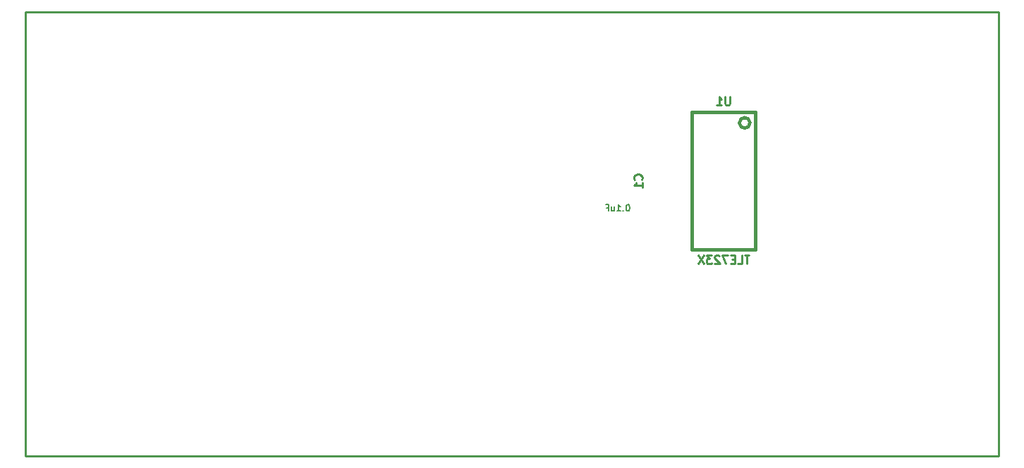
<source format=gbo>
G04 (created by PCBNEW (2013-jul-07)-stable) date Wed 30 Jul 2014 03:33:50 PM EDT*
%MOIN*%
G04 Gerber Fmt 3.4, Leading zero omitted, Abs format*
%FSLAX34Y34*%
G01*
G70*
G90*
G04 APERTURE LIST*
%ADD10C,0.00590551*%
%ADD11C,0.009*%
%ADD12C,0.005*%
%ADD13C,0.015*%
%ADD14C,0.01*%
%ADD15C,0.175*%
%ADD16O,0.08X0.12*%
%ADD17C,0.08*%
%ADD18R,0.12X0.07*%
%ADD19R,0.07X0.035*%
%ADD20C,0.18*%
G04 APERTURE END LIST*
G54D10*
G54D11*
X89500Y-51500D02*
X43500Y-51500D01*
X43500Y-30500D02*
X89500Y-30500D01*
X43500Y-30500D02*
X43500Y-51500D01*
X89500Y-51500D02*
X89500Y-30500D01*
G54D12*
X70950Y-38200D02*
X70950Y-37600D01*
X70950Y-37600D02*
X72050Y-37600D01*
X72050Y-37600D02*
X72050Y-38200D01*
X72050Y-38800D02*
X72050Y-39400D01*
X72050Y-39400D02*
X70950Y-39400D01*
X70950Y-39400D02*
X70950Y-38800D01*
G54D13*
X77750Y-35750D02*
G75*
G03X77750Y-35750I-250J0D01*
G74*
G01*
X75000Y-35250D02*
X78000Y-35250D01*
X78000Y-35250D02*
X78000Y-41750D01*
X78000Y-41750D02*
X75000Y-41750D01*
X75000Y-41750D02*
X75000Y-35250D01*
G54D14*
X72623Y-38433D02*
X72642Y-38414D01*
X72661Y-38357D01*
X72661Y-38319D01*
X72642Y-38261D01*
X72604Y-38223D01*
X72566Y-38204D01*
X72490Y-38185D01*
X72433Y-38185D01*
X72357Y-38204D01*
X72319Y-38223D01*
X72280Y-38261D01*
X72261Y-38319D01*
X72261Y-38357D01*
X72280Y-38414D01*
X72300Y-38433D01*
X72661Y-38814D02*
X72661Y-38585D01*
X72661Y-38700D02*
X72261Y-38700D01*
X72319Y-38661D01*
X72357Y-38623D01*
X72376Y-38585D01*
G54D12*
X71992Y-39621D02*
X71964Y-39621D01*
X71935Y-39635D01*
X71921Y-39650D01*
X71907Y-39678D01*
X71892Y-39735D01*
X71892Y-39807D01*
X71907Y-39864D01*
X71921Y-39892D01*
X71935Y-39907D01*
X71964Y-39921D01*
X71992Y-39921D01*
X72021Y-39907D01*
X72035Y-39892D01*
X72049Y-39864D01*
X72064Y-39807D01*
X72064Y-39735D01*
X72049Y-39678D01*
X72035Y-39650D01*
X72021Y-39635D01*
X71992Y-39621D01*
X71764Y-39892D02*
X71750Y-39907D01*
X71764Y-39921D01*
X71778Y-39907D01*
X71764Y-39892D01*
X71764Y-39921D01*
X71464Y-39921D02*
X71635Y-39921D01*
X71550Y-39921D02*
X71550Y-39621D01*
X71578Y-39664D01*
X71607Y-39692D01*
X71635Y-39707D01*
X71207Y-39721D02*
X71207Y-39921D01*
X71335Y-39721D02*
X71335Y-39878D01*
X71321Y-39907D01*
X71292Y-39921D01*
X71250Y-39921D01*
X71221Y-39907D01*
X71207Y-39892D01*
X70964Y-39764D02*
X71064Y-39764D01*
X71064Y-39921D02*
X71064Y-39621D01*
X70921Y-39621D01*
G54D14*
X76804Y-34511D02*
X76804Y-34835D01*
X76785Y-34873D01*
X76766Y-34892D01*
X76728Y-34911D01*
X76652Y-34911D01*
X76614Y-34892D01*
X76595Y-34873D01*
X76576Y-34835D01*
X76576Y-34511D01*
X76176Y-34911D02*
X76404Y-34911D01*
X76290Y-34911D02*
X76290Y-34511D01*
X76328Y-34569D01*
X76366Y-34607D01*
X76404Y-34626D01*
X77719Y-42011D02*
X77490Y-42011D01*
X77604Y-42411D02*
X77604Y-42011D01*
X77166Y-42411D02*
X77357Y-42411D01*
X77357Y-42011D01*
X77033Y-42202D02*
X76900Y-42202D01*
X76842Y-42411D02*
X77033Y-42411D01*
X77033Y-42011D01*
X76842Y-42011D01*
X76709Y-42011D02*
X76442Y-42011D01*
X76614Y-42411D01*
X76309Y-42050D02*
X76290Y-42030D01*
X76252Y-42011D01*
X76157Y-42011D01*
X76119Y-42030D01*
X76100Y-42050D01*
X76080Y-42088D01*
X76080Y-42126D01*
X76100Y-42183D01*
X76328Y-42411D01*
X76080Y-42411D01*
X75947Y-42011D02*
X75700Y-42011D01*
X75833Y-42164D01*
X75776Y-42164D01*
X75738Y-42183D01*
X75719Y-42202D01*
X75700Y-42240D01*
X75700Y-42335D01*
X75719Y-42373D01*
X75738Y-42392D01*
X75776Y-42411D01*
X75890Y-42411D01*
X75928Y-42392D01*
X75947Y-42373D01*
X75566Y-42011D02*
X75300Y-42411D01*
X75300Y-42011D02*
X75566Y-42411D01*
%LPC*%
G54D15*
X50500Y-50500D03*
X51000Y-31500D03*
X83000Y-50500D03*
X80500Y-31500D03*
G54D16*
X56000Y-50500D03*
X57000Y-50500D03*
X58000Y-50500D03*
X59000Y-50500D03*
X60000Y-50500D03*
X61000Y-50500D03*
X62000Y-50500D03*
X63000Y-50500D03*
X65000Y-50500D03*
X66000Y-50500D03*
X67000Y-50500D03*
X68000Y-50500D03*
X69000Y-50500D03*
X70000Y-50500D03*
X71000Y-50500D03*
X72000Y-50500D03*
X74000Y-50500D03*
X75000Y-50500D03*
X76000Y-50500D03*
X77000Y-50500D03*
X78000Y-50500D03*
X79000Y-50500D03*
X80000Y-50500D03*
X81000Y-50500D03*
X52400Y-31500D03*
X53400Y-31500D03*
X54400Y-31500D03*
X55400Y-31500D03*
X56400Y-31500D03*
X57400Y-31500D03*
X58400Y-31500D03*
X59400Y-31500D03*
X60400Y-31500D03*
X61400Y-31500D03*
X63000Y-31500D03*
X70000Y-31500D03*
X69000Y-31500D03*
X68000Y-31500D03*
X67000Y-31500D03*
X66000Y-31500D03*
X65000Y-31500D03*
X64000Y-31500D03*
X72000Y-31500D03*
X73000Y-31500D03*
X74000Y-31500D03*
X75000Y-31500D03*
X76000Y-31500D03*
X77000Y-31500D03*
X78000Y-31500D03*
X79000Y-31500D03*
G54D17*
X82000Y-31500D03*
X83000Y-31500D03*
X82000Y-32500D03*
X83000Y-32500D03*
X82000Y-33500D03*
X83000Y-33500D03*
X82000Y-34500D03*
X83000Y-34500D03*
X82000Y-35500D03*
X83000Y-35500D03*
X82000Y-36500D03*
X83000Y-36500D03*
X82000Y-37500D03*
X83000Y-37500D03*
X82000Y-38500D03*
X83000Y-38500D03*
X82000Y-39500D03*
X83000Y-39500D03*
X82000Y-40500D03*
X83000Y-40500D03*
X82000Y-41500D03*
X83000Y-41500D03*
X82000Y-42500D03*
X83000Y-42500D03*
X82000Y-43500D03*
X83000Y-43500D03*
X82000Y-44500D03*
X83000Y-44500D03*
X82000Y-45500D03*
X83000Y-45500D03*
X82000Y-46500D03*
X83000Y-46500D03*
X82000Y-47500D03*
X83000Y-47500D03*
X82000Y-48500D03*
X83000Y-48500D03*
G54D18*
X71500Y-37900D03*
X71500Y-39100D03*
G54D19*
X78500Y-38250D03*
X78500Y-37750D03*
X78500Y-37250D03*
X78500Y-36750D03*
X78500Y-36250D03*
X78500Y-35750D03*
X78500Y-38750D03*
X78500Y-39250D03*
X78500Y-39750D03*
X78500Y-40250D03*
X78500Y-40750D03*
X78500Y-41250D03*
X74500Y-41250D03*
X74500Y-40750D03*
X74500Y-40250D03*
X74500Y-39750D03*
X74500Y-39250D03*
X74500Y-38750D03*
X74500Y-38250D03*
X74500Y-37750D03*
X74500Y-37250D03*
X74500Y-36750D03*
X74500Y-36250D03*
X74500Y-35750D03*
G54D20*
X58000Y-44500D03*
X55000Y-44500D03*
X68000Y-44500D03*
X65000Y-44500D03*
X78000Y-44500D03*
X75000Y-44500D03*
M02*

</source>
